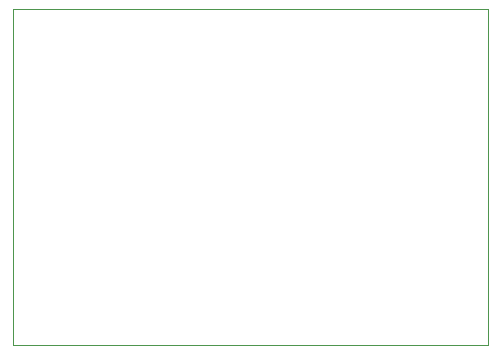
<source format=gm1>
G04 #@! TF.GenerationSoftware,KiCad,Pcbnew,(6.0.5)*
G04 #@! TF.CreationDate,2023-01-30T16:32:02-08:00*
G04 #@! TF.ProjectId,12V_Converter_TPS611781,3132565f-436f-46e7-9665-727465725f54,rev?*
G04 #@! TF.SameCoordinates,Original*
G04 #@! TF.FileFunction,Profile,NP*
%FSLAX46Y46*%
G04 Gerber Fmt 4.6, Leading zero omitted, Abs format (unit mm)*
G04 Created by KiCad (PCBNEW (6.0.5)) date 2023-01-30 16:32:02*
%MOMM*%
%LPD*%
G01*
G04 APERTURE LIST*
G04 #@! TA.AperFunction,Profile*
%ADD10C,0.100000*%
G04 #@! TD*
G04 APERTURE END LIST*
D10*
X56261000Y-95504000D02*
X96520000Y-95504000D01*
X96520000Y-95504000D02*
X96520000Y-123952000D01*
X96520000Y-123952000D02*
X56261000Y-123952000D01*
X56261000Y-123952000D02*
X56261000Y-95504000D01*
M02*

</source>
